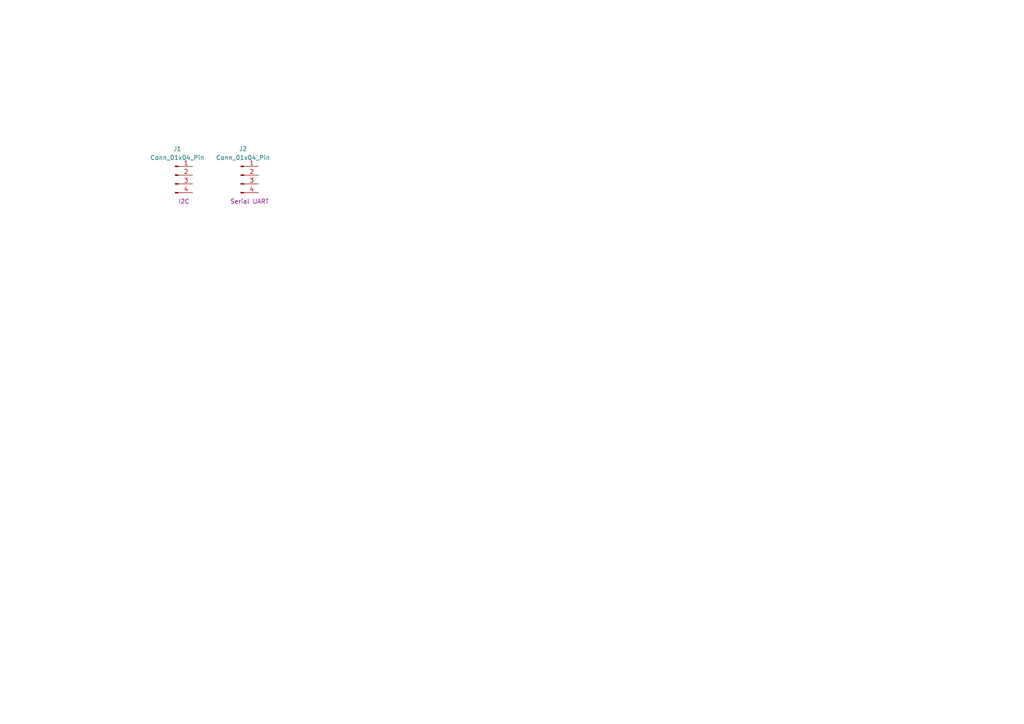
<source format=kicad_sch>
(kicad_sch (version 20230121) (generator eeschema)
  (paper "A4")
  (lib_symbols
    (symbol "Connector:Conn_01x04_Pin" (pin_names (offset 1.016) hide)
      (property "Reference" "J" (at 0 5.08 0))
      (property "Value" "Conn_01x04_Pin" (at 0 -7.62 0))
      (symbol "Conn_01x04_Pin_1_1"
        (polyline (pts (xy 1.27 -5.08) (xy 0.8636 -5.08)) (stroke (width 0.1524)))
        (polyline (pts (xy 1.27 -2.54) (xy 0.8636 -2.54)) (stroke (width 0.1524)))
        (polyline (pts (xy 1.27 0) (xy 0.8636 0)) (stroke (width 0.1524)))
        (polyline (pts (xy 1.27 2.54) (xy 0.8636 2.54)) (stroke (width 0.1524)))
        (rectangle (start 0.8636 -4.953) (end 0 -5.207) (stroke (width 0.1524)) (fill (type outline)))
        (rectangle (start 0.8636 -2.413) (end 0 -2.667) (stroke (width 0.1524)) (fill (type outline)))
        (rectangle (start 0.8636 0.127) (end 0 -0.127) (stroke (width 0.1524)) (fill (type outline)))
        (rectangle (start 0.8636 2.667) (end 0 2.413) (stroke (width 0.1524)) (fill (type outline)))
        (pin passive line (at 5.08 2.54 180) (length 3.81) (name "Pin_1") (number "1"))
        (pin passive line (at 5.08 0 180) (length 3.81) (name "Pin_2") (number "2"))
        (pin passive line (at 5.08 -2.54 180) (length 3.81) (name "Pin_3") (number "3"))
        (pin passive line (at 5.08 -5.08 180) (length 3.81) (name "Pin_4") (number "4"))
      )
    )
  )
  (symbol (lib_id "Connector:Conn_01x04_Pin") (at 69.85 50.8 0) (unit 1)
    (property "Reference" "J2" (at 70.485 43.18 0))
    (property "Value" "Conn_01x04_Pin" (at 70.485 45.72 0))
    (property "Purpose" "Serial UART" (at 72.39 58.42 0))
  )
  (symbol (lib_id "Connector:Conn_01x04_Pin") (at 50.8 50.8 0) (unit 1)
    (property "Reference" "J1" (at 51.435 43.18 0))
    (property "Value" "Conn_01x04_Pin" (at 51.435 45.72 0))
    (property "Purpose" "I2C" (at 53.34 58.42 0))
  )
)
</source>
